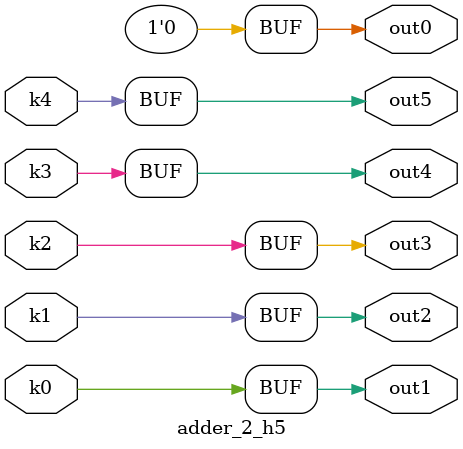
<source format=v>
module adder_2(pi00, pi01, pi02, pi03, pi04, pi05, pi06, pi07, pi08, pi09, pi10, po0, po1, po2, po3, po4, po5);
input pi00, pi01, pi02, pi03, pi04, pi05, pi06, pi07, pi08, pi09, pi10;
output po0, po1, po2, po3, po4, po5;
wire k0, k1, k2, k3, k4;
adder_2_w5 DUT1 (pi00, pi01, pi02, pi03, pi04, pi05, pi06, pi07, pi08, pi09, pi10, k0, k1, k2, k3, k4);
adder_2_h5 DUT2 (k0, k1, k2, k3, k4, po0, po1, po2, po3, po4, po5);
endmodule

module adder_2_w5(in10, in9, in8, in7, in6, in5, in4, in3, in2, in1, in0, k4, k3, k2, k1, k0);
input in10, in9, in8, in7, in6, in5, in4, in3, in2, in1, in0;
output k4, k3, k2, k1, k0;
assign k0 =   in2 & (((in7 | in3) & (((in8 | in4) & (((in9 | in5) & ((in10 & (in0 | in6)) | (~in1 & in6))) | (in9 & in5))) | (in8 & in4))) | (in7 & in3));
assign k1 =   ((~in7 ^ in3) & (((~in8 | ~in4) & (((~in9 | ~in5) & ((~in10 & (in1 | ~in6)) | (~in0 & ~in6))) | (~in9 & ~in5))) | (~in8 & ~in4))) | ((in7 ^ in3) & ((in8 & in4) | ((in8 | in4) & ((in9 & in5) | ((in9 | in5) & ((~in1 & in6) | (in10 & (in0 | in6))))))));
assign k2 =   ((~in8 ^ in4) & (((~in9 | ~in5) & ((~in10 & (in1 | ~in6)) | (~in0 & ~in6))) | (~in9 & ~in5))) | ((in8 ^ in4) & ((in9 & in5) | ((in9 | in5) & ((~in1 & in6) | (in10 & (in0 | in6))))));
assign k3 =   ((~in9 ^ in5) & ((~in10 & (in1 | ~in6)) | (~in0 & ~in6))) | ((in9 ^ in5) & ((~in1 & in6) | (in10 & (in0 | in6))));
assign k4 =   in10 ? (in6 ? in1 : in0) : (in6 ? ~in1 : ~in0);
endmodule

module adder_2_h5(k4, k3, k2, k1, k0, out5, out4, out3, out2, out1, out0);
input k4, k3, k2, k1, k0;
output out5, out4, out3, out2, out1, out0;
assign out0 = 0;
assign out1 = k0;
assign out2 = k1;
assign out3 = k2;
assign out4 = k3;
assign out5 = k4;
endmodule

</source>
